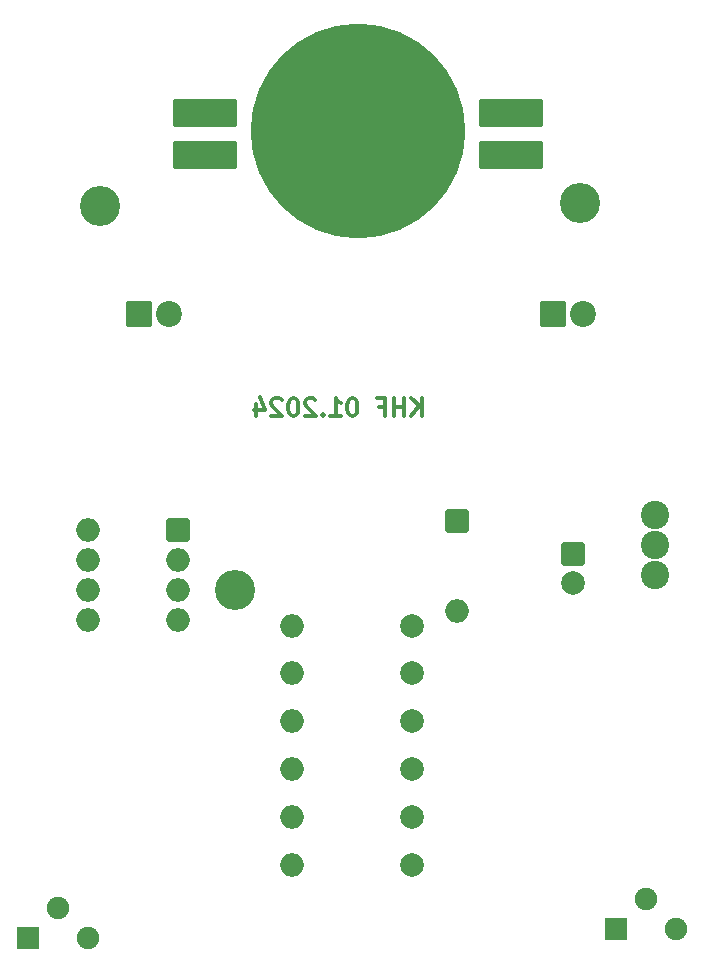
<source format=gbr>
%TF.GenerationSoftware,KiCad,Pcbnew,8.0.1*%
%TF.CreationDate,2024-04-02T10:31:50+02:00*%
%TF.ProjectId,Tiger,54696765-722e-46b6-9963-61645f706362,rev?*%
%TF.SameCoordinates,Original*%
%TF.FileFunction,Soldermask,Bot*%
%TF.FilePolarity,Negative*%
%FSLAX46Y46*%
G04 Gerber Fmt 4.6, Leading zero omitted, Abs format (unit mm)*
G04 Created by KiCad (PCBNEW 8.0.1) date 2024-04-02 10:31:50*
%MOMM*%
%LPD*%
G01*
G04 APERTURE LIST*
G04 Aperture macros list*
%AMRoundRect*
0 Rectangle with rounded corners*
0 $1 Rounding radius*
0 $2 $3 $4 $5 $6 $7 $8 $9 X,Y pos of 4 corners*
0 Add a 4 corners polygon primitive as box body*
4,1,4,$2,$3,$4,$5,$6,$7,$8,$9,$2,$3,0*
0 Add four circle primitives for the rounded corners*
1,1,$1+$1,$2,$3*
1,1,$1+$1,$4,$5*
1,1,$1+$1,$6,$7*
1,1,$1+$1,$8,$9*
0 Add four rect primitives between the rounded corners*
20,1,$1+$1,$2,$3,$4,$5,0*
20,1,$1+$1,$4,$5,$6,$7,0*
20,1,$1+$1,$6,$7,$8,$9,0*
20,1,$1+$1,$8,$9,$2,$3,0*%
G04 Aperture macros list end*
%ADD10C,0.300000*%
%ADD11RoundRect,0.200000X-0.900000X-0.900000X0.900000X-0.900000X0.900000X0.900000X-0.900000X0.900000X0*%
%ADD12C,2.200000*%
%ADD13RoundRect,0.200000X-0.750000X-0.750000X0.750000X-0.750000X0.750000X0.750000X-0.750000X0.750000X0*%
%ADD14C,1.900000*%
%ADD15C,3.400000*%
%ADD16C,2.000000*%
%ADD17O,2.000000X2.000000*%
%ADD18RoundRect,0.200000X-0.800000X0.800000X-0.800000X-0.800000X0.800000X-0.800000X0.800000X0.800000X0*%
%ADD19C,2.400000*%
%ADD20RoundRect,0.200000X2.500000X1.000000X-2.500000X1.000000X-2.500000X-1.000000X2.500000X-1.000000X0*%
%ADD21C,18.180000*%
%ADD22RoundRect,0.200000X0.800000X0.800000X-0.800000X0.800000X-0.800000X-0.800000X0.800000X-0.800000X0*%
G04 APERTURE END LIST*
D10*
X70410489Y-68354828D02*
X70410489Y-66854828D01*
X69553346Y-68354828D02*
X70196203Y-67497685D01*
X69553346Y-66854828D02*
X70410489Y-67711971D01*
X68910489Y-68354828D02*
X68910489Y-66854828D01*
X68910489Y-67569114D02*
X68053346Y-67569114D01*
X68053346Y-68354828D02*
X68053346Y-66854828D01*
X66839060Y-67569114D02*
X67339060Y-67569114D01*
X67339060Y-68354828D02*
X67339060Y-66854828D01*
X67339060Y-66854828D02*
X66624774Y-66854828D01*
X64624774Y-66854828D02*
X64481917Y-66854828D01*
X64481917Y-66854828D02*
X64339060Y-66926257D01*
X64339060Y-66926257D02*
X64267632Y-66997685D01*
X64267632Y-66997685D02*
X64196203Y-67140542D01*
X64196203Y-67140542D02*
X64124774Y-67426257D01*
X64124774Y-67426257D02*
X64124774Y-67783400D01*
X64124774Y-67783400D02*
X64196203Y-68069114D01*
X64196203Y-68069114D02*
X64267632Y-68211971D01*
X64267632Y-68211971D02*
X64339060Y-68283400D01*
X64339060Y-68283400D02*
X64481917Y-68354828D01*
X64481917Y-68354828D02*
X64624774Y-68354828D01*
X64624774Y-68354828D02*
X64767632Y-68283400D01*
X64767632Y-68283400D02*
X64839060Y-68211971D01*
X64839060Y-68211971D02*
X64910489Y-68069114D01*
X64910489Y-68069114D02*
X64981917Y-67783400D01*
X64981917Y-67783400D02*
X64981917Y-67426257D01*
X64981917Y-67426257D02*
X64910489Y-67140542D01*
X64910489Y-67140542D02*
X64839060Y-66997685D01*
X64839060Y-66997685D02*
X64767632Y-66926257D01*
X64767632Y-66926257D02*
X64624774Y-66854828D01*
X62696203Y-68354828D02*
X63553346Y-68354828D01*
X63124775Y-68354828D02*
X63124775Y-66854828D01*
X63124775Y-66854828D02*
X63267632Y-67069114D01*
X63267632Y-67069114D02*
X63410489Y-67211971D01*
X63410489Y-67211971D02*
X63553346Y-67283400D01*
X62053347Y-68211971D02*
X61981918Y-68283400D01*
X61981918Y-68283400D02*
X62053347Y-68354828D01*
X62053347Y-68354828D02*
X62124775Y-68283400D01*
X62124775Y-68283400D02*
X62053347Y-68211971D01*
X62053347Y-68211971D02*
X62053347Y-68354828D01*
X61410489Y-66997685D02*
X61339061Y-66926257D01*
X61339061Y-66926257D02*
X61196204Y-66854828D01*
X61196204Y-66854828D02*
X60839061Y-66854828D01*
X60839061Y-66854828D02*
X60696204Y-66926257D01*
X60696204Y-66926257D02*
X60624775Y-66997685D01*
X60624775Y-66997685D02*
X60553346Y-67140542D01*
X60553346Y-67140542D02*
X60553346Y-67283400D01*
X60553346Y-67283400D02*
X60624775Y-67497685D01*
X60624775Y-67497685D02*
X61481918Y-68354828D01*
X61481918Y-68354828D02*
X60553346Y-68354828D01*
X59624775Y-66854828D02*
X59481918Y-66854828D01*
X59481918Y-66854828D02*
X59339061Y-66926257D01*
X59339061Y-66926257D02*
X59267633Y-66997685D01*
X59267633Y-66997685D02*
X59196204Y-67140542D01*
X59196204Y-67140542D02*
X59124775Y-67426257D01*
X59124775Y-67426257D02*
X59124775Y-67783400D01*
X59124775Y-67783400D02*
X59196204Y-68069114D01*
X59196204Y-68069114D02*
X59267633Y-68211971D01*
X59267633Y-68211971D02*
X59339061Y-68283400D01*
X59339061Y-68283400D02*
X59481918Y-68354828D01*
X59481918Y-68354828D02*
X59624775Y-68354828D01*
X59624775Y-68354828D02*
X59767633Y-68283400D01*
X59767633Y-68283400D02*
X59839061Y-68211971D01*
X59839061Y-68211971D02*
X59910490Y-68069114D01*
X59910490Y-68069114D02*
X59981918Y-67783400D01*
X59981918Y-67783400D02*
X59981918Y-67426257D01*
X59981918Y-67426257D02*
X59910490Y-67140542D01*
X59910490Y-67140542D02*
X59839061Y-66997685D01*
X59839061Y-66997685D02*
X59767633Y-66926257D01*
X59767633Y-66926257D02*
X59624775Y-66854828D01*
X58553347Y-66997685D02*
X58481919Y-66926257D01*
X58481919Y-66926257D02*
X58339062Y-66854828D01*
X58339062Y-66854828D02*
X57981919Y-66854828D01*
X57981919Y-66854828D02*
X57839062Y-66926257D01*
X57839062Y-66926257D02*
X57767633Y-66997685D01*
X57767633Y-66997685D02*
X57696204Y-67140542D01*
X57696204Y-67140542D02*
X57696204Y-67283400D01*
X57696204Y-67283400D02*
X57767633Y-67497685D01*
X57767633Y-67497685D02*
X58624776Y-68354828D01*
X58624776Y-68354828D02*
X57696204Y-68354828D01*
X56410491Y-67354828D02*
X56410491Y-68354828D01*
X56767633Y-66783400D02*
X57124776Y-67854828D01*
X57124776Y-67854828D02*
X56196205Y-67854828D01*
D11*
%TO.C,D1*%
X46482000Y-59690000D03*
D12*
X49022000Y-59690000D03*
%TD*%
D13*
%TO.C,Q2*%
X86868000Y-111760000D03*
D14*
X89408000Y-109220000D03*
X91948000Y-111760000D03*
%TD*%
D15*
%TO.C,*%
X83820000Y-50292000D03*
%TD*%
%TO.C,*%
X43180000Y-50546000D03*
%TD*%
D11*
%TO.C,D2*%
X81534000Y-59690000D03*
D12*
X84074000Y-59690000D03*
%TD*%
D13*
%TO.C,Q1*%
X37084000Y-112522000D03*
D14*
X39624000Y-109982000D03*
X42164000Y-112522000D03*
%TD*%
D16*
%TO.C,R4*%
X69596000Y-90156000D03*
D17*
X59436000Y-90156000D03*
%TD*%
D18*
%TO.C,D3*%
X73406000Y-77216000D03*
D17*
X73406000Y-84836000D03*
%TD*%
D16*
%TO.C,R3*%
X69596000Y-86106000D03*
D17*
X59436000Y-86106000D03*
%TD*%
D19*
%TO.C,S1*%
X90170000Y-76708000D03*
X90170000Y-79248000D03*
X90170000Y-81788000D03*
%TD*%
D20*
%TO.C,U2*%
X77978000Y-46228000D03*
X77978000Y-42672000D03*
X52084000Y-46228000D03*
X52084000Y-42672000D03*
D21*
X65024000Y-44196000D03*
%TD*%
D22*
%TO.C,U1*%
X49774000Y-77988000D03*
D17*
X49774000Y-80528000D03*
X49774000Y-83068000D03*
X49774000Y-85608000D03*
X42154000Y-85608000D03*
X42154000Y-83068000D03*
X42154000Y-80528000D03*
X42154000Y-77988000D03*
%TD*%
D15*
%TO.C,Q*%
X54610000Y-83058000D03*
%TD*%
D16*
%TO.C,R1off1*%
X69596000Y-106356000D03*
D17*
X59436000Y-106356000D03*
%TD*%
D16*
%TO.C,R5*%
X69596000Y-94206000D03*
D17*
X59436000Y-94206000D03*
%TD*%
D18*
%TO.C,C1*%
X83216000Y-80010000D03*
D16*
X83216000Y-82510000D03*
%TD*%
%TO.C,R6*%
X69596000Y-98256000D03*
D17*
X59436000Y-98256000D03*
%TD*%
D16*
%TO.C,R7*%
X69596000Y-102306000D03*
D17*
X59436000Y-102306000D03*
%TD*%
M02*

</source>
